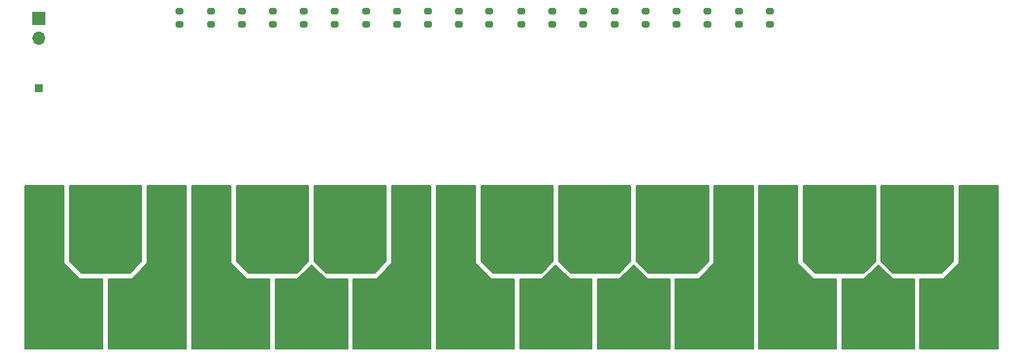
<source format=gbr>
%TF.GenerationSoftware,KiCad,Pcbnew,(6.0.10)*%
%TF.CreationDate,2023-01-16T00:42:17+03:00*%
%TF.ProjectId,stylo,7374796c-6f2e-46b6-9963-61645f706362,rev?*%
%TF.SameCoordinates,Original*%
%TF.FileFunction,Soldermask,Top*%
%TF.FilePolarity,Negative*%
%FSLAX46Y46*%
G04 Gerber Fmt 4.6, Leading zero omitted, Abs format (unit mm)*
G04 Created by KiCad (PCBNEW (6.0.10)) date 2023-01-16 00:42:17*
%MOMM*%
%LPD*%
G01*
G04 APERTURE LIST*
G04 Aperture macros list*
%AMRoundRect*
0 Rectangle with rounded corners*
0 $1 Rounding radius*
0 $2 $3 $4 $5 $6 $7 $8 $9 X,Y pos of 4 corners*
0 Add a 4 corners polygon primitive as box body*
4,1,4,$2,$3,$4,$5,$6,$7,$8,$9,$2,$3,0*
0 Add four circle primitives for the rounded corners*
1,1,$1+$1,$2,$3*
1,1,$1+$1,$4,$5*
1,1,$1+$1,$6,$7*
1,1,$1+$1,$8,$9*
0 Add four rect primitives between the rounded corners*
20,1,$1+$1,$2,$3,$4,$5,0*
20,1,$1+$1,$4,$5,$6,$7,0*
20,1,$1+$1,$6,$7,$8,$9,0*
20,1,$1+$1,$8,$9,$2,$3,0*%
G04 Aperture macros list end*
%ADD10C,0.200000*%
%ADD11R,1.000000X1.000000*%
%ADD12RoundRect,0.200000X0.275000X-0.200000X0.275000X0.200000X-0.275000X0.200000X-0.275000X-0.200000X0*%
%ADD13R,1.700000X1.700000*%
%ADD14O,1.700000X1.700000*%
G04 APERTURE END LIST*
%TO.C,TP6*%
G36*
X129971059Y-113000000D02*
G01*
X132771059Y-113000000D01*
X132771059Y-122000000D01*
X123521059Y-122000000D01*
X123521059Y-113000000D01*
X126321059Y-113000000D01*
X128146059Y-111250000D01*
X129971059Y-113000000D01*
G37*
D10*
X129971059Y-113000000D02*
X132771059Y-113000000D01*
X132771059Y-122000000D01*
X123521059Y-122000000D01*
X123521059Y-113000000D01*
X126321059Y-113000000D01*
X128146059Y-111250000D01*
X129971059Y-113000000D01*
%TO.C,TP1*%
G36*
X96250000Y-111000000D02*
G01*
X98250000Y-113000000D01*
X101250000Y-113000000D01*
X101250000Y-122000000D01*
X91250000Y-122000000D01*
X91250000Y-101000000D01*
X96250000Y-101000000D01*
X96250000Y-111000000D01*
G37*
X96250000Y-111000000D02*
X98250000Y-113000000D01*
X101250000Y-113000000D01*
X101250000Y-122000000D01*
X91250000Y-122000000D01*
X91250000Y-101000000D01*
X96250000Y-101000000D01*
X96250000Y-111000000D01*
%TO.C,TP3*%
G36*
X112000000Y-122000000D02*
G01*
X102000000Y-122000000D01*
X102000000Y-113000000D01*
X105000000Y-113000000D01*
X107000000Y-111000000D01*
X107000000Y-101000000D01*
X112000000Y-101000000D01*
X112000000Y-122000000D01*
G37*
X112000000Y-122000000D02*
X102000000Y-122000000D01*
X102000000Y-113000000D01*
X105000000Y-113000000D01*
X107000000Y-111000000D01*
X107000000Y-101000000D01*
X112000000Y-101000000D01*
X112000000Y-122000000D01*
%TO.C,TP4*%
G36*
X117750000Y-111000000D02*
G01*
X119750000Y-113000000D01*
X122750000Y-113000000D01*
X122750000Y-122000000D01*
X112750000Y-122000000D01*
X112750000Y-101000000D01*
X117750000Y-101000000D01*
X117750000Y-111000000D01*
G37*
X117750000Y-111000000D02*
X119750000Y-113000000D01*
X122750000Y-113000000D01*
X122750000Y-122000000D01*
X112750000Y-122000000D01*
X112750000Y-101000000D01*
X117750000Y-101000000D01*
X117750000Y-111000000D01*
%TO.C,TP7*%
G36*
X137750000Y-110750000D02*
G01*
X136250000Y-112250000D01*
X130000000Y-112250000D01*
X128500000Y-110750000D01*
X128500000Y-101000000D01*
X137750000Y-101000000D01*
X137750000Y-110750000D01*
G37*
X137750000Y-110750000D02*
X136250000Y-112250000D01*
X130000000Y-112250000D01*
X128500000Y-110750000D01*
X128500000Y-101000000D01*
X137750000Y-101000000D01*
X137750000Y-110750000D01*
%TO.C,TP18*%
G36*
X202950000Y-113000000D02*
G01*
X205750000Y-113000000D01*
X205750000Y-122000000D01*
X196500000Y-122000000D01*
X196500000Y-113000000D01*
X199300000Y-113000000D01*
X201125000Y-111250000D01*
X202950000Y-113000000D01*
G37*
X202950000Y-113000000D02*
X205750000Y-113000000D01*
X205750000Y-122000000D01*
X196500000Y-122000000D01*
X196500000Y-113000000D01*
X199300000Y-113000000D01*
X201125000Y-111250000D01*
X202950000Y-113000000D01*
%TO.C,TP13*%
G36*
X171450000Y-113000000D02*
G01*
X174250000Y-113000000D01*
X174250000Y-122000000D01*
X165000000Y-122000000D01*
X165000000Y-113000000D01*
X167800000Y-113000000D01*
X169625000Y-111250000D01*
X171450000Y-113000000D01*
G37*
X171450000Y-113000000D02*
X174250000Y-113000000D01*
X174250000Y-122000000D01*
X165000000Y-122000000D01*
X165000000Y-113000000D01*
X167800000Y-113000000D01*
X169625000Y-111250000D01*
X171450000Y-113000000D01*
%TO.C,TP11*%
G36*
X161397464Y-112996420D02*
G01*
X164197464Y-112996420D01*
X164197464Y-121996420D01*
X154947464Y-121996420D01*
X154947464Y-112996420D01*
X157747464Y-112996420D01*
X159572464Y-111246420D01*
X161397464Y-112996420D01*
G37*
X161397464Y-112996420D02*
X164197464Y-112996420D01*
X164197464Y-121996420D01*
X154947464Y-121996420D01*
X154947464Y-112996420D01*
X157747464Y-112996420D01*
X159572464Y-111246420D01*
X161397464Y-112996420D01*
%TO.C,TP20*%
G36*
X216500000Y-122000000D02*
G01*
X206500000Y-122000000D01*
X206500000Y-113000000D01*
X209500000Y-113000000D01*
X211500000Y-111000000D01*
X211500000Y-101000000D01*
X216500000Y-101000000D01*
X216500000Y-122000000D01*
G37*
X216500000Y-122000000D02*
X206500000Y-122000000D01*
X206500000Y-113000000D01*
X209500000Y-113000000D01*
X211500000Y-111000000D01*
X211500000Y-101000000D01*
X216500000Y-101000000D01*
X216500000Y-122000000D01*
%TO.C,TP15*%
G36*
X185000000Y-122000000D02*
G01*
X175000000Y-122000000D01*
X175000000Y-113000000D01*
X178000000Y-113000000D01*
X180000000Y-111000000D01*
X180000000Y-101000000D01*
X185000000Y-101000000D01*
X185000000Y-122000000D01*
G37*
X185000000Y-122000000D02*
X175000000Y-122000000D01*
X175000000Y-113000000D01*
X178000000Y-113000000D01*
X180000000Y-111000000D01*
X180000000Y-101000000D01*
X185000000Y-101000000D01*
X185000000Y-122000000D01*
%TO.C,TP8*%
G36*
X143500000Y-122000000D02*
G01*
X133500000Y-122000000D01*
X133500000Y-113000000D01*
X136500000Y-113000000D01*
X138500000Y-111000000D01*
X138500000Y-101000000D01*
X143500000Y-101000000D01*
X143500000Y-122000000D01*
G37*
X143500000Y-122000000D02*
X133500000Y-122000000D01*
X133500000Y-113000000D01*
X136500000Y-113000000D01*
X138500000Y-111000000D01*
X138500000Y-101000000D01*
X143500000Y-101000000D01*
X143500000Y-122000000D01*
%TO.C,TP19*%
G36*
X210750000Y-110750000D02*
G01*
X209250000Y-112250000D01*
X203000000Y-112250000D01*
X201500000Y-110750000D01*
X201500000Y-101000000D01*
X210750000Y-101000000D01*
X210750000Y-110750000D01*
G37*
X210750000Y-110750000D02*
X209250000Y-112250000D01*
X203000000Y-112250000D01*
X201500000Y-110750000D01*
X201500000Y-101000000D01*
X210750000Y-101000000D01*
X210750000Y-110750000D01*
%TO.C,TP17*%
G36*
X200750000Y-110750000D02*
G01*
X199250000Y-112250000D01*
X193000000Y-112250000D01*
X191500000Y-110750000D01*
X191500000Y-101000000D01*
X200750000Y-101000000D01*
X200750000Y-110750000D01*
G37*
X200750000Y-110750000D02*
X199250000Y-112250000D01*
X193000000Y-112250000D01*
X191500000Y-110750000D01*
X191500000Y-101000000D01*
X200750000Y-101000000D01*
X200750000Y-110750000D01*
%TO.C,TP14*%
G36*
X179250000Y-110750000D02*
G01*
X177750000Y-112250000D01*
X171500000Y-112250000D01*
X170000000Y-110750000D01*
X170000000Y-101000000D01*
X179250000Y-101000000D01*
X179250000Y-110750000D01*
G37*
X179250000Y-110750000D02*
X177750000Y-112250000D01*
X171500000Y-112250000D01*
X170000000Y-110750000D01*
X170000000Y-101000000D01*
X179250000Y-101000000D01*
X179250000Y-110750000D01*
%TO.C,TP12*%
G36*
X169250000Y-110750000D02*
G01*
X167750000Y-112250000D01*
X161500000Y-112250000D01*
X160000000Y-110750000D01*
X160000000Y-101000000D01*
X169250000Y-101000000D01*
X169250000Y-110750000D01*
G37*
X169250000Y-110750000D02*
X167750000Y-112250000D01*
X161500000Y-112250000D01*
X160000000Y-110750000D01*
X160000000Y-101000000D01*
X169250000Y-101000000D01*
X169250000Y-110750000D01*
%TO.C,TP10*%
G36*
X159250000Y-110750000D02*
G01*
X157750000Y-112250000D01*
X151500000Y-112250000D01*
X150000000Y-110750000D01*
X150000000Y-101000000D01*
X159250000Y-101000000D01*
X159250000Y-110750000D01*
G37*
X159250000Y-110750000D02*
X157750000Y-112250000D01*
X151500000Y-112250000D01*
X150000000Y-110750000D01*
X150000000Y-101000000D01*
X159250000Y-101000000D01*
X159250000Y-110750000D01*
%TO.C,TP5*%
G36*
X127750000Y-110750000D02*
G01*
X126250000Y-112250000D01*
X120000000Y-112250000D01*
X118500000Y-110750000D01*
X118500000Y-101000000D01*
X127750000Y-101000000D01*
X127750000Y-110750000D01*
G37*
X127750000Y-110750000D02*
X126250000Y-112250000D01*
X120000000Y-112250000D01*
X118500000Y-110750000D01*
X118500000Y-101000000D01*
X127750000Y-101000000D01*
X127750000Y-110750000D01*
%TO.C,TP2*%
G36*
X106250000Y-110750000D02*
G01*
X104750000Y-112250000D01*
X98500000Y-112250000D01*
X97000000Y-110750000D01*
X97000000Y-101000000D01*
X106250000Y-101000000D01*
X106250000Y-110750000D01*
G37*
X106250000Y-110750000D02*
X104750000Y-112250000D01*
X98500000Y-112250000D01*
X97000000Y-110750000D01*
X97000000Y-101000000D01*
X106250000Y-101000000D01*
X106250000Y-110750000D01*
%TO.C,TP16*%
G36*
X190750000Y-111000000D02*
G01*
X192750000Y-113000000D01*
X195750000Y-113000000D01*
X195750000Y-122000000D01*
X185750000Y-122000000D01*
X185750000Y-101000000D01*
X190750000Y-101000000D01*
X190750000Y-111000000D01*
G37*
X190750000Y-111000000D02*
X192750000Y-113000000D01*
X195750000Y-113000000D01*
X195750000Y-122000000D01*
X185750000Y-122000000D01*
X185750000Y-101000000D01*
X190750000Y-101000000D01*
X190750000Y-111000000D01*
%TO.C,TP9*%
G36*
X149250000Y-111000000D02*
G01*
X151250000Y-113000000D01*
X154250000Y-113000000D01*
X154250000Y-122000000D01*
X144250000Y-122000000D01*
X144250000Y-101000000D01*
X149250000Y-101000000D01*
X149250000Y-111000000D01*
G37*
X149250000Y-111000000D02*
X151250000Y-113000000D01*
X154250000Y-113000000D01*
X154250000Y-122000000D01*
X144250000Y-122000000D01*
X144250000Y-101000000D01*
X149250000Y-101000000D01*
X149250000Y-111000000D01*
%TD*%
D11*
%TO.C,TP21*%
X93000000Y-88500000D03*
%TD*%
D12*
%TO.C,R20*%
X187150000Y-80250000D03*
X187150000Y-78600000D03*
%TD*%
%TO.C,R19*%
X183150000Y-80250000D03*
X183150000Y-78600000D03*
%TD*%
%TO.C,R18*%
X179150000Y-80250000D03*
X179150000Y-78600000D03*
%TD*%
%TO.C,R17*%
X175150000Y-80250000D03*
X175150000Y-78600000D03*
%TD*%
%TO.C,R16*%
X171150000Y-80250000D03*
X171150000Y-78600000D03*
%TD*%
%TO.C,R15*%
X167150000Y-80250000D03*
X167150000Y-78600000D03*
%TD*%
%TO.C,R14*%
X163150000Y-80250000D03*
X163150000Y-78600000D03*
%TD*%
%TO.C,R13*%
X159150000Y-80250000D03*
X159150000Y-78600000D03*
%TD*%
%TO.C,R12*%
X155150000Y-80250000D03*
X155150000Y-78600000D03*
%TD*%
%TO.C,R11*%
X151040000Y-80250000D03*
X151040000Y-78600000D03*
%TD*%
%TO.C,R10*%
X147150000Y-80250000D03*
X147150000Y-78600000D03*
%TD*%
%TO.C,R9*%
X143150000Y-80250000D03*
X143150000Y-78600000D03*
%TD*%
%TO.C,R8*%
X139150000Y-80250000D03*
X139150000Y-78600000D03*
%TD*%
%TO.C,R7*%
X135150000Y-80250000D03*
X135150000Y-78600000D03*
%TD*%
%TO.C,R6*%
X131150000Y-80250000D03*
X131150000Y-78600000D03*
%TD*%
%TO.C,R5*%
X127150000Y-80250000D03*
X127150000Y-78600000D03*
%TD*%
%TO.C,R4*%
X123150000Y-80250000D03*
X123150000Y-78600000D03*
%TD*%
%TO.C,R3*%
X119150000Y-80250000D03*
X119150000Y-78600000D03*
%TD*%
%TO.C,R2*%
X115150000Y-80250000D03*
X115150000Y-78600000D03*
%TD*%
%TO.C,R1*%
X111150000Y-80250000D03*
X111150000Y-78600000D03*
%TD*%
D13*
%TO.C,J1*%
X93000000Y-79475000D03*
D14*
X93000000Y-82015000D03*
%TD*%
M02*

</source>
